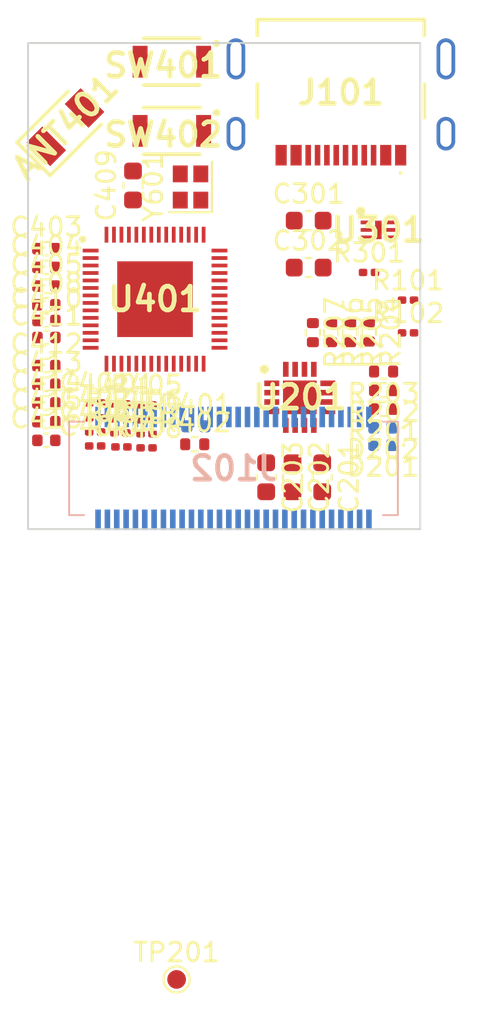
<source format=kicad_pcb>
(kicad_pcb (version 20221018) (generator pcbnew)
  (layers (0 "F.Cu" signal) (31 "B.Cu" signal) (34 "B.Paste" user) (35 "F.Paste" user) (36 "B.SilkS" user "B.Silkscreen") (37 "F.SilkS" user "F.Silkscreen") (38 "B.Mask" user) (39 "F.Mask" user) (44 "Edge.Cuts" user))
  (net 0 "")
  (net 1 "Net-(ANT401-A)")
  (net 2 "/200_1S_Charger/VBAT")
  (net 3 "GND")
  (net 4 "VBUS")
  (net 5 "/200_1S_Charger/VSYS")
  (net 6 "/300_Power/VSYS")
  (net 7 "+3V3")
  (net 8 "Net-(C401-Pad1)")
  (net 9 "Net-(U401-XTAL_N)")
  (net 10 "/400_ESP32/LNA_IN")
  (net 11 "/400_ESP32/VDD_SPI")
  (net 12 "/400_ESP32/EN")
  (net 13 "/200_1S_Charger/BQ_PGOOD")
  (net 14 "/200_1S_Charger/LED_PG")
  (net 15 "/200_1S_Charger/BQ_CHG")
  (net 16 "/200_1S_Charger/LED_CHG")
  (net 17 "/400_ESP32/LED_NET")
  (net 18 "/100_Connectors/CC1")
  (net 19 "/100_Connectors/D+")
  (net 20 "/100_Connectors/D-")
  (net 22 "/100_Connectors/CC2")
  (net 24 "/100_Connectors/VBAT")
  (net 25 "/100_Connectors/VSYS")
  (net 26 "/100_Connectors/RX0")
  (net 27 "IO0")
  (net 28 "/100_Connectors/TX0")
  (net 29 "IO1")
  (net 31 "IO2")
  (net 33 "IO3")
  (net 35 "IO4")
  (net 37 "IO5")
  (net 39 "IO6")
  (net 41 "IO7")
  (net 43 "IO8")
  (net 45 "IO9")
  (net 47 "IO10")
  (net 49 "IO11")
  (net 50 "IO34")
  (net 51 "IO12")
  (net 52 "IO35")
  (net 53 "IO13")
  (net 54 "IO36")
  (net 55 "IO14")
  (net 56 "IO37")
  (net 57 "IO15")
  (net 58 "IO38")
  (net 59 "IO16")
  (net 60 "IO39")
  (net 61 "IO17")
  (net 62 "IO40")
  (net 63 "IO18")
  (net 64 "IO41")
  (net 65 "IO21")
  (net 66 "IO42")
  (net 67 "IO33")
  (net 68 "/200_1S_Charger/SYSOFF")
  (net 69 "/200_1S_Charger/TMR")
  (net 70 "/200_1S_Charger/ISET")
  (net 71 "/200_1S_Charger/ILIM")
  (net 72 "/200_1S_Charger/BQ_CE")
  (net 73 "/300_Power/PRIM_LDO_EN")
  (net 74 "Net-(U401-XTAL_P)")
  (net 75 "/400_ESP32/IO46")
  (net 76 "/400_ESP32/IO45")
  (net 77 "/200_1S_Charger/BATTERY_TEMP")
  (net 79 "/400_ESP32/SPICS1")
  (net 80 "/400_ESP32/SPIHD")
  (net 81 "/400_ESP32/SPIWP")
  (net 82 "/400_ESP32/SPICS0")
  (net 83 "/400_ESP32/SPICLK")
  (net 84 "/400_ESP32/SPIQ")
  (net 85 "/400_ESP32/SPID")
  (footprint "Capacitor_SMD:C_0402_1005Metric" (layer "F.Cu") (at 153.98 51.25)
    (fp_text reference "C412" (at 0 -1.16) (layer "F.SilkS"))
    (fp_text value "100n")
    (fp_line (start -0.107836 -0.36) (end 0.107836 -0.36) (stroke (width 0.12)) (layer "F.SilkS"))
    (fp_line (start -0.107836 0.36) (end 0.107836 0.36) (stroke (width 0.12)) (layer "F.SilkS"))
    (pad "1" smd roundrect (at -0.48 0) (size 0.56 0.62) (layers "F.Cu" "F.Paste" "F.Mask") (net 11 "/400_ESP32/VDD_SPI"))
    (pad "2" smd roundrect (at 0.48 0) (size 0.56 0.62) (layers "F.Cu" "F.Paste" "F.Mask") (net 3 "GND"))
  )
  (footprint "Capacitor_SMD:C_0201_0603Metric" (layer "F.Cu") (at 156.6 54.05)
    (fp_text reference "C402" (at 0 -1.05) (layer "F.SilkS"))
    (fp_text value "15p")
    (pad "1" smd roundrect (at -0.32 0) (size 0.46 0.4) (layers "F.Cu" "F.Mask") (net 9 "Net-(U401-XTAL_N)"))
    (pad "2" smd roundrect (at 0.32 0) (size 0.46 0.4) (layers "F.Cu" "F.Mask") (net 3 "GND"))
  )
  (footprint "Resistor_SMD:R_0201_0603Metric" (layer "F.Cu") (at 173.345 47.75)
    (fp_text reference "R101" (at 0 -1.05) (layer "F.SilkS"))
    (fp_text value "5.1k")
    (pad "1" smd roundrect (at -0.32 0) (size 0.46 0.4) (layers "F.Cu" "F.Mask") (net 22 "/100_Connectors/CC2"))
    (pad "2" smd roundrect (at 0.32 0) (size 0.46 0.4) (layers "F.Cu" "F.Mask") (net 3 "GND"))
  )
  (footprint "Resistor_SMD:R_0201_0603Metric" (layer "F.Cu") (at 157.945 54.1)
    (fp_text reference "R401" (at 0 -1.05) (layer "F.SilkS"))
    (fp_text value "0")
    (pad "1" smd roundrect (at -0.32 0) (size 0.46 0.4) (layers "F.Cu" "F.Mask") (net 8 "Net-(C401-Pad1)"))
    (pad "2" smd roundrect (at 0.32 0) (size 0.46 0.4) (layers "F.Cu" "F.Mask") (net 74 "Net-(U401-XTAL_P)"))
  )
  (footprint "Capacitor_SMD:C_0603_1608Metric" (layer "F.Cu") (at 158.62 41.62 90)
    (fp_text reference "C409" (at 0 -1.43 90) (layer "F.SilkS"))
    (fp_text value "10u")
    (fp_line (start -0.14058 -0.51) (end 0.14058 -0.51) (stroke (width 0.12)) (layer "F.SilkS"))
    (fp_line (start -0.14058 0.51) (end 0.14058 0.51) (stroke (width 0.12)) (layer "F.SilkS"))
    (pad "1" smd roundrect (at -0.775 0 90) (size 0.9 0.95) (layers "F.Cu" "F.Paste" "F.Mask") (net 7 "+3V3"))
    (pad "2" smd roundrect (at 0.775 0 90) (size 0.9 0.95) (layers "F.Cu" "F.Paste" "F.Mask") (net 3 "GND"))
  )
  (footprint "Component_lib:QFN40P700X700X90-57N-D" (layer "F.Cu") (at 159.8 47.7)
    (fp_text reference "U401" (at 0 0) (layer "F.SilkS") (effects (font (size 1.27 1.27) (thickness 0.254))))
    (fp_text value "ESP32-S2FH4" hide)
    (fp_circle (center -3.875 -3.2) (end -3.875 -3.1) (stroke (width 0.2)) (fill none) (layer "F.SilkS"))
    (pad "1" smd rect (at -3.45 -2.6 90) (size 0.2 0.85) (layers "F.Cu" "F.Paste" "F.Mask") (net 7 "+3V3"))
    (pad "2" smd rect (at -3.45 -2.2 90) (size 0.2 0.85) (layers "F.Cu" "F.Paste" "F.Mask") (net 10 "/400_ESP32/LNA_IN"))
    (pad "3" smd rect (at -3.45 -1.8 90) (size 0.2 0.85) (layers "F.Cu" "F.Paste" "F.Mask") (net 7 "+3V3"))
    (pad "4" smd rect (at -3.45 -1.4 90) (size 0.2 0.85) (layers "F.Cu" "F.Paste" "F.Mask") (net 7 "+3V3"))
    (pad "5" smd rect (at -3.45 -1 90) (size 0.2 0.85) (layers "F.Cu" "F.Paste" "F.Mask") (net 27 "IO0"))
    (pad "6" smd rect (at -3.45 -0.6 90) (size 0.2 0.85) (layers "F.Cu" "F.Paste" "F.Mask") (net 29 "IO1"))
    (pad "7" smd rect (at -3.45 -0.2 90) (size 0.2 0.85) (layers "F.Cu" "F.Paste" "F.Mask") (net 31 "IO2"))
    (pad "8" smd rect (at -3.45 0.2 90) (size 0.2 0.85) (layers "F.Cu" "F.Paste" "F.Mask") (net 33 "IO3"))
    (pad "9" smd rect (at -3.45 0.6 90) (size 0.2 0.85) (layers "F.Cu" "F.Paste" "F.Mask") (net 35 "IO4"))
    (pad "10" smd rect (at -3.45 1 90) (size 0.2 0.85) (layers "F.Cu" "F.Paste" "F.Mask") (net 37 "IO5"))
    (pad "11" smd rect (at -3.45 1.4 90) (size 0.2 0.85) (layers "F.Cu" "F.Paste" "F.Mask") (net 39 "IO6"))
    (pad "12" smd rect (at -3.45 1.8 90) (size 0.2 0.85) (layers "F.Cu" "F.Paste" "F.Mask") (net 41 "IO7"))
    (pad "13" smd rect (at -3.45 2.2 90) (size 0.2 0.85) (layers "F.Cu" "F.Paste" "F.Mask") (net 43 "IO8"))
    (pad "14" smd rect (at -3.45 2.6 90) (size 0.2 0.85) (layers "F.Cu" "F.Paste" "F.Mask") (net 45 "IO9"))
    (pad "15" smd rect (at -2.6 3.45) (size 0.2 0.85) (layers "F.Cu" "F.Paste" "F.Mask") (net 47 "IO10"))
    (pad "16" smd rect (at -2.2 3.45) (size 0.2 0.85) (layers "F.Cu" "F.Paste" "F.Mask") (net 49 "IO11"))
    (pad "17" smd rect (at -1.8 3.45) (size 0.2 0.85) (layers "F.Cu" "F.Paste" "F.Mask") (net 51 "IO12"))
    (pad "18" smd rect (at -1.4 3.45) (size 0.2 0.85) (layers "F.Cu" "F.Paste" "F.Mask") (net 53 "IO13"))
    (pad "19" smd rect (at -1 3.45) (size 0.2 0.85) (layers "F.Cu" "F.Paste" "F.Mask") (net 55 "IO14"))
    (pad "20" smd rect (at -0.6 3.45) (size 0.2 0.85) (layers "F.Cu" "F.Paste" "F.Mask") (net 7 "+3V3"))
    (pad "21" smd rect (at -0.2 3.45) (size 0.2 0.85) (layers "F.Cu" "F.Paste" "F.Mask") (net 57 "IO15"))
    (pad "22" smd rect (at 0.2 3.45) (size 0.2 0.85) (layers "F.Cu" "F.Paste" "F.Mask") (net 59 "IO16"))
    (pad "23" smd rect (at 0.6 3.45) (size 0.2 0.85) (layers "F.Cu" "F.Paste" "F.Mask") (net 61 "IO17"))
    (pad "24" smd rect (at 1 3.45) (size 0.2 0.85) (layers "F.Cu" "F.Paste" "F.Mask") (net 63 "IO18"))
    (pad "25" smd rect (at 1.4 3.45) (size 0.2 0.85) (layers "F.Cu" "F.Paste" "F.Mask") (net 20 "/100_Connectors/D-"))
    (pad "26" smd rect (at 1.8 3.45) (size 0.2 0.85) (layers "F.Cu" "F.Paste" "F.Mask") (net 19 "/100_Connectors/D+"))
    (pad "27" smd rect (at 2.2 3.45) (size 0.2 0.85) (layers "F.Cu" "F.Paste" "F.Mask") (net 7 "+3V3"))
    (pad "28" smd rect (at 2.6 3.45) (size 0.2 0.85) (layers "F.Cu" "F.Paste" "F.Mask") (net 65 "IO21"))
    (pad "29" smd rect (at 3.45 2.6 90) (size 0.2 0.85) (layers "F.Cu" "F.Paste" "F.Mask") (net 79 "/400_ESP32/SPICS1"))
    (pad "30" smd rect (at 3.45 2.2 90) (size 0.2 0.85) (layers "F.Cu" "F.Paste" "F.Mask") (net 11 "/400_ESP32/VDD_SPI"))
    (pad "31" smd rect (at 3.45 1.8 90) (size 0.2 0.85) (layers "F.Cu" "F.Paste" "F.Mask") (net 80 "/400_ESP32/SPIHD"))
    (pad "32" smd rect (at 3.45 1.4 90) (size 0.2 0.85) (layers "F.Cu" "F.Paste" "F.Mask") (net 81 "/400_ESP32/SPIWP"))
    (pad "33" smd rect (at 3.45 1 90) (size 0.2 0.85) (layers "F.Cu" "F.Paste" "F.Mask") (net 82 "/400_ESP32/SPICS0"))
    (pad "34" smd rect (at 3.45 0.6 90) (size 0.2 0.85) (layers "F.Cu" "F.Paste" "F.Mask") (net 83 "/400_ESP32/SPICLK"))
    (pad "35" smd rect (at 3.45 0.2 90) (size 0.2 0.85) (layers "F.Cu" "F.Paste" "F.Mask") (net 84 "/400_ESP32/SPIQ"))
    (pad "36" smd rect (at 3.45 -0.2 90) (size 0.2 0.85) (layers "F.Cu" "F.Paste" "F.Mask") (net 85 "/400_ESP32/SPID"))
    (pad "37" smd rect (at 3.45 -0.6 90) (size 0.2 0.85) (layers "F.Cu" "F.Paste" "F.Mask") (net 67 "IO33"))
    (pad "38" smd rect (at 3.45 -1 90) (size 0.2 0.85) (layers "F.Cu" "F.Paste" "F.Mask") (net 50 "IO34"))
    (pad "39" smd rect (at 3.45 -1.4 90) (size 0.2 0.85) (layers "F.Cu" "F.Paste" "F.Mask") (net 52 "IO35"))
    (pad "40" smd rect (at 3.45 -1.8 90) (size 0.2 0.85) (layers "F.Cu" "F.Paste" "F.Mask") (net 54 "IO36"))
    (pad "41" smd rect (at 3.45 -2.2 90) (size 0.2 0.85) (layers "F.Cu" "F.Paste" "F.Mask") (net 56 "IO37"))
    (pad "42" smd rect (at 3.45 -2.6 90) (size 0.2 0.85) (layers "F.Cu" "F.Paste" "F.Mask") (net 58 "IO38"))
    (pad "43" smd rect (at 2.6 -3.45) (size 0.2 0.85) (layers "F.Cu" "F.Paste" "F.Mask") (net 60 "IO39"))
    (pad "44" smd rect (at 2.2 -3.45) (size 0.2 0.85) (layers "F.Cu" "F.Paste" "F.Mask") (net 62 "IO40"))
    (pad "45" smd rect (at 1.8 -3.45) (size 0.2 0.85) (layers "F.Cu" "F.Paste" "F.Mask") (net 7 "+3V3"))
    (pad "46" smd rect (at 1.4 -3.45) (size 0.2 0.85) (layers "F.Cu" "F.Paste" "F.Mask") (net 64 "IO41"))
    (pad "47" smd rect (at 1 -3.45) (size 0.2 0.85) (layers "F.Cu" "F.Paste" "F.Mask") (net 66 "IO42"))
    (pad "48" smd rect (at 0.6 -3.45) (size 0.2 0.85) (layers "F.Cu" "F.Paste" "F.Mask") (net 28 "/100_Connectors/TX0"))
    (pad "49" smd rect (at 0.2 -3.45) (size 0.2 0.85) (layers "F.Cu" "F.Paste" "F.Mask") (net 26 "/100_Connectors/RX0"))
    (pad "50" smd rect (at -0.2 -3.45) (size 0.2 0.85) (layers "F.Cu" "F.Paste" "F.Mask") (net 76 "/400_ESP32/IO45"))
    (pad "51" smd rect (at -0.6 -3.45) (size 0.2 0.85) (layers "F.Cu" "F.Paste" "F.Mask") (net 7 "+3V3"))
    (pad "52" smd rect (at -1 -3.45) (size 0.2 0.85) (layers "F.Cu" "F.Paste" "F.Mask") (net 9 "Net-(U401-XTAL_N)"))
    (pad "53" smd rect (at -1.4 -3.45) (size 0.2 0.85) (layers "F.Cu" "F.Paste" "F.Mask") (net 74 "Net-(U401-XTAL_P)"))
    (pad "54" smd rect (at -1.8 -3.45) (size 0.2 0.85) (layers "F.Cu" "F.Paste" "F.Mask") (net 7 "+3V3"))
    (pad "55" smd rect (at -2.2 -3.45) (size 0.2 0.85) (layers "F.Cu" "F.Paste" "F.Mask") (net 75 "/400_ESP32/IO46"))
    (pad "56" smd rect (at -2.6 -3.45) (size 0.2 0.85) (layers "F.Cu" "F.Paste" "F.Mask") (net 12 "/400_ESP32/EN"))
    (pad "57" smd rect (at 0 0) (size 4.05 4.05) (layers "F.Cu" "F.Paste" "F.Mask") (net 3 "GND"))
  )
  (footprint "Component_lib:LED_0402_1005Metric_DUALSIDE" (layer "F.Cu") (at 172 54.57 180)
    (fp_text reference "D202" (at 0 -1.17) (layer "F.SilkS"))
    (fp_text value "LED")
    (fp_circle (center -1.09 0) (end -1.04 0) (stroke (width 0.1)) (fill none) (layer "F.SilkS"))
    (pad "1" smd roundrect (at -0.485 0 180) (size 0.59 0.64) (layers "F.Cu" "F.Paste" "F.Mask") (net 15 "/200_1S_Charger/BQ_CHG"))
    (pad "1" smd roundrect (at -0.485 0) (size 0.59 0.64) (layers "B.Cu" "B.Paste" "B.Mask") (net 15 "/200_1S_Charger/BQ_CHG"))
    (pad "2" smd roundrect (at 0.485 0 180) (size 0.59 0.64) (layers "F.Cu" "F.Paste" "F.Mask") (net 16 "/200_1S_Charger/LED_CHG"))
    (pad "2" smd roundrect (at 0.485 0) (size 0.59 0.64) (layers "B.Cu" "B.Paste" "B.Mask") (net 16 "/200_1S_Charger/LED_CHG"))
  )
  (footprint "Capacitor_SMD:C_0402_1005Metric" (layer "F.Cu") (at 153.98 55.25)
    (fp_text reference "C416" (at 0 -1.16) (layer "F.SilkS"))
    (fp_text value "100n")
    (fp_line (start -0.107836 -0.36) (end 0.107836 -0.36) (stroke (width 0.12)) (layer "F.SilkS"))
    (fp_line (start -0.107836 0.36) (end 0.107836 0.36) (stroke (width 0.12)) (layer "F.SilkS"))
    (pad "1" smd roundrect (at -0.48 0) (size 0.56 0.62) (layers "F.Cu" "F.Paste" "F.Mask") (net 7 "+3V3"))
    (pad "2" smd roundrect (at 0.48 0) (size 0.56 0.62) (layers "F.Cu" "F.Paste" "F.Mask") (net 3 "GND"))
  )
  (footprint "Capacitor_SMD:C_0603_1608Metric" (layer "F.Cu") (at 165.75 57.225 -90)
    (fp_text reference "C203" (at 0 -1.43 90) (layer "F.SilkS"))
    (fp_text value "4u7")
    (fp_line (start -0.14058 -0.51) (end 0.14058 -0.51) (stroke (width 0.12)) (layer "F.SilkS"))
    (fp_line (start -0.14058 0.51) (end 0.14058 0.51) (stroke (width 0.12)) (layer "F.SilkS"))
    (pad "1" smd roundrect (at -0.775 0 270) (size 0.9 0.95) (layers "F.Cu" "F.Paste" "F.Mask") (net 5 "/200_1S_Charger/VSYS"))
    (pad "2" smd roundrect (at 0.775 0 270) (size 0.9 0.95) (layers "F.Cu" "F.Paste" "F.Mask") (net 3 "GND"))
  )
  (footprint "Capacitor_SMD:C_0201_0603Metric" (layer "F.Cu") (at 156.595 55.55)
    (fp_text reference "C407" (at 0 -1.05) (layer "F.SilkS"))
    (fp_text value "C")
    (pad "1" smd roundrect (at -0.32 0) (size 0.46 0.4) (layers "F.Cu" "F.Mask") (net 10 "/400_ESP32/LNA_IN"))
    (pad "2" smd roundrect (at 0.32 0) (size 0.46 0.4) (layers "F.Cu" "F.Mask") (net 3 "GND"))
  )
  (footprint "Component_lib:Crystal_SMD_2016-4Pin_2.0x1.6mm" (layer "F.Cu") (at 161.7 41.7 90)
    (fp_text reference "Y601" (at 0 -2 90) (layer "F.SilkS"))
    (fp_text value "Crystal_GND24_Small")
    (fp_line (start -1.35 -1.15) (end -1.35 1.15) (stroke (width 0.12)) (layer "F.SilkS"))
    (fp_line (start -1.35 1.15) (end 1.35 1.15) (stroke (width 0.12)) (layer "F.SilkS"))
    (pad "1" smd rect (at -0.7 0.55 90) (size 0.9 0.8) (layers "F.Cu" "F.Paste" "F.Mask") (net 8 "Net-(C401-Pad1)"))
    (pad "2" smd rect (at 0.7 0.55 90) (size 0.9 0.8) (layers "F.Cu" "F.Paste" "F.Mask") (net 3 "GND"))
    (pad "3" smd rect (at 0.7 -0.55 90) (size 0.9 0.8) (layers "F.Cu" "F.Paste" "F.Mask") (net 9 "Net-(U401-XTAL_N)"))
    (pad "4" smd rect (at -0.7 -0.55 90) (size 0.9 0.8) (layers "F.Cu" "F.Paste" "F.Mask") (net 3 "GND"))
  )
  (footprint "Capacitor_SMD:C_0201_0603Metric" (layer "F.Cu") (at 156.595 54.8)
    (fp_text reference "C406" (at 0 -1.05) (layer "F.SilkS"))
    (fp_text value "C")
    (pad "1" smd roundrect (at -0.32 0) (size 0.46 0.4) (layers "F.Cu" "F.Mask") (net 1 "Net-(ANT401-A)"))
    (pad "2" smd roundrect (at 0.32 0) (size 0.46 0.4) (layers "F.Cu" "F.Mask") (net 3 "GND"))
  )
  (footprint "Inductor_SMD:L_0201_0603Metric" (layer "F.Cu") (at 157.945 53.3)
    (fp_text reference "L401" (at 0 -1.05) (layer "F.SilkS"))
    (fp_text value "L")
    (pad "1" smd roundrect (at -0.32 0) (size 0.46 0.4) (layers "F.Cu" "F.Mask") (net 1 "Net-(ANT401-A)"))
    (pad "2" smd roundrect (at 0.32 0) (size 0.46 0.4) (layers "F.Cu" "F.Mask") (net 10 "/400_ESP32/LNA_IN"))
  )
  (footprint "Resistor_SMD:R_0402_1005Metric" (layer "F.Cu") (at 172.035 52.57 180)
    (fp_text reference "R202" (at 0 -1.17) (layer "F.SilkS"))
    (fp_text value "36k5")
    (fp_line (start -0.153641 -0.38) (end 0.153641 -0.38) (stroke (width 0.12)) (layer "F.SilkS"))
    (fp_line (start -0.153641 0.38) (end 0.153641 0.38) (stroke (width 0.12)) (layer "F.SilkS"))
    (pad "1" smd roundrect (at -0.51 0 180) (size 0.54 0.64) (layers "F.Cu" "F.Paste" "F.Mask") (net 69 "/200_1S_Charger/TMR"))
    (pad "2" smd roundrect (at 0.51 0 180) (size 0.54 0.64) (layers "F.Cu" "F.Paste" "F.Mask") (net 3 "GND"))
  )
  (footprint "Capacitor_SMD:C_0402_1005Metric" (layer "F.Cu") (at 153.98 52.25)
    (fp_text reference "C413" (at 0 -1.16) (layer "F.SilkS"))
    (fp_text value "1u")
    (fp_line (start -0.107836 -0.36) (end 0.107836 -0.36) (stroke (width 0.12)) (layer "F.SilkS"))
    (fp_line (start -0.107836 0.36) (end 0.107836 0.36) (stroke (width 0.12)) (layer "F.SilkS"))
    (pad "1" smd roundrect (at -0.48 0) (size 0.56 0.62) (layers "F.Cu" "F.Paste" "F.Mask") (net 11 "/400_ESP32/VDD_SPI"))
    (pad "2" smd roundrect (at 0.48 0) (size 0.56 0.62) (layers "F.Cu" "F.Paste" "F.Mask") (net 3 "GND"))
  )
  (footprint "Component_lib:QFN50P300X300X100-17N-D" (layer "F.Cu") (at 167.55 52.95)
    (fp_text reference "U201" (at 0 0) (layer "F.SilkS") (effects (font (size 1.27 1.27) (thickness 0.254))))
    (fp_text value "BQ24075RGTR" hide)
    (fp_circle (center -1.9 -1.5) (end -1.9 -1.375) (stroke (width 0.25)) (fill none) (layer "F.SilkS"))
    (pad "1" smd rect (at -1.5 -0.75 90) (size 0.3 0.8) (layers "F.Cu" "F.Paste" "F.Mask") (net 77 "/200_1S_Charger/BATTERY_TEMP"))
    (pad "2" smd rect (at -1.5 -0.25 90) (size 0.3 0.8) (layers "F.Cu" "F.Paste" "F.Mask") (net 2 "/200_1S_Charger/VBAT"))
    (pad "3" smd rect (at -1.5 0.25 90) (size 0.3 0.8) (layers "F.Cu" "F.Paste" "F.Mask") (net 2 "/200_1S_Charger/VBAT"))
    (pad "4" smd rect (at -1.5 0.75 90) (size 0.3 0.8) (layers "F.Cu" "F.Paste" "F.Mask") (net 72 "/200_1S_Charger/BQ_CE"))
    (pad "5" smd rect (at -0.75 1.5) (size 0.3 0.8) (layers "F.Cu" "F.Paste" "F.Mask") (net 5 "/200_1S_Charger/VSYS"))
    (pad "6" smd rect (at -0.25 1.5) (size 0.3 0.8) (layers "F.Cu" "F.Paste" "F.Mask") (net 3 "GND"))
    (pad "7" smd rect (at 0.25 1.5) (size 0.3 0.8) (layers "F.Cu" "F.Paste" "F.Mask") (net 13 "/200_1S_Charger/BQ_PGOOD"))
    (pad "8" smd rect (at 0.75 1.5) (size 0.3 0.8) (layers "F.Cu" "F.Paste" "F.Mask") (net 3 "GND"))
    (pad "9" smd rect (at 1.5 0.75 90) (size 0.3 0.8) (layers "F.Cu" "F.Paste" "F.Mask") (net 15 "/200_1S_Charger/BQ_CHG"))
    (pad "10" smd rect (at 1.5 0.25 90) (size 0.3 0.8) (layers "F.Cu" "F.Paste" "F.Mask") (net 5 "/200_1S_Charger/VSYS"))
    (pad "11" smd rect (at 1.5 -0.25 90) (size 0.3 0.8) (layers "F.Cu" "F.Paste" "F.Mask") (net 5 "/200_1S_Charger/VSYS"))
    (pad "12" smd rect (at 1.5 -0.75 90) (size 0.3 0.8) (layers "F.Cu" "F.Paste" "F.Mask") (net 71 "/200_1S_Charger/ILIM"))
    (pad "13" smd rect (at 0.75 -1.5) (size 0.3 0.8) (layers "F.Cu" "F.Paste" "F.Mask") (net 4 "VBUS"))
    (pad "14" smd rect (at 0.25 -1.5) (size 0.3 0.8) (layers "F.Cu" "F.Paste" "F.Mask") (net 69 "/200_1S_Charger/TMR"))
    (pad "15" smd rect (at -0.25 -1.5) (size 0.3 0.8) (layers "F.Cu" "F.Paste" "F.Mask") (net 68 "/200_1S_Charger/SYSOFF"))
    (pad "16" smd rect (at -0.75 -1.5) (size 0.3 0.8) (layers "F.Cu" "F.Paste" "F.Mask") (net 70 "/200_1S_Charger/ISET"))
    (pad "17" smd rect (at 0 0) (size 1.8 1.8) (layers "F.Cu" "F.Paste" "F.Mask") (net 3 "GND"))
  )
  (footprint "Capacitor_SMD:C_0402_1005Metric" (layer "F.Cu") (at 153.985 48.84)
    (fp_text reference "C410" (at 0 -1.16) (layer "F.SilkS"))
    (fp_text value "1u")
    (fp_line (start -0.107836 -0.36) (end 0.107836 -0.36) (stroke (width 0.12)) (layer "F.SilkS"))
    (fp_line (start -0.107836 0.36) (end 0.107836 0.36) (stroke (width 0.12)) (layer "F.SilkS"))
    (pad "1" smd roundrect (at -0.48 0) (size 0.56 0.62) (layers "F.Cu" "F.Paste" "F.Mask") (net 7 "+3V3"))
    (pad "2" smd roundrect (at 0.48 0) (size 0.56 0.62) (layers "F.Cu" "F.Paste" "F.Mask") (net 3 "GND"))
  )
  (footprint "Component_lib:LED_0402_1005Metric_DUALSIDE" (layer "F.Cu") (at 161.985 54.5)
    (fp_text reference "D401" (at 0 -1.17) (layer "F.SilkS"))
    (fp_text value "LED")
    (fp_circle (center -1.09 0) (end -1.04 0) (stroke (width 0.1)) (fill none) (layer "F.SilkS"))
    (pad "1" smd roundrect (at -0.485 0) (size 0.59 0.64) (layers "F.Cu" "F.Paste" "F.Mask") (net 3 "GND"))
    (pad "1" smd roundrect (at -0.485 0 180) (size 0.59 0.64) (layers "B.Cu" "B.Paste" "B.Mask") (net 3 "GND"))
    (pad "2" smd roundrect (at 0.485 0) (size 0.59 0.64) (layers "F.Cu" "F.Paste" "F.Mask") (net 17 "/400_ESP32/LED_NET"))
    (pad "2" smd roundrect (at 0.485 0 180) (size 0.59 0.64) (layers "B.Cu" "B.Paste" "B.Mask") (net 17 "/400_ESP32/LED_NET"))
  )
  (footprint "Resistor_SMD:R_0402_1005Metric" (layer "F.Cu") (at 170.25 49.49 -90)
    (fp_text reference "R205" (at 0 -1.17 90) (layer "F.SilkS"))
    (fp_text value "1k5")
    (fp_line (start -0.153641 -0.38) (end 0.153641 -0.38) (stroke (width 0.12)) (layer "F.SilkS"))
    (fp_line (start -0.153641 0.38) (end 0.153641 0.38) (stroke (width 0.12)) (layer "F.SilkS"))
    (pad "1" smd roundrect (at -0.51 0 270) (size 0.54 0.64) (layers "F.Cu" "F.Paste" "F.Mask") (net 5 "/200_1S_Charger/VSYS"))
    (pad "2" smd roundrect (at 0.51 0 270) (size 0.54 0.64) (layers "F.Cu" "F.Paste" "F.Mask") (net 14 "/200_1S_Charger/LED_PG"))
  )
  (footprint "Component_lib:LED_0402_1005Metric_DUALSIDE" (layer "F.Cu") (at 172 55.5 180)
    (fp_text reference "D201" (at 0 -1.17) (layer "F.SilkS"))
    (fp_text value "LED")
    (fp_circle (center -1.09 0) (end -1.04 0) (stroke (width 0.1)) (fill none) (layer "F.SilkS"))
    (pad "1" smd roundrect (at -0.485 0 180) (size 0.59 0.64) (layers "F.Cu" "F.Paste" "F.Mask") (net 13 "/200_1S_Charger/BQ_PGOOD"))
    (pad "1" smd roundrect (at -0.485 0) (size 0.59 0.64) (layers "B.Cu" "B.Paste" "B.Mask") (net 13 "/200_1S_Charger/BQ_PGOOD"))
    (pad "2" smd roundrect (at 0.485 0 180) (size 0.59 0.64) (layers "F.Cu" "F.Paste" "F.Mask") (net 14 "/200_1S_Charger/LED_PG"))
    (pad "2" smd roundrect (at 0.485 0) (size 0.59 0.64) (layers "B.Cu" "B.Paste" "B.Mask") (net 14 "/200_1S_Charger/LED_PG"))
  )
  (footprint "Resistor_SMD:R_0201_0603Metric" (layer "F.Cu") (at 159.345 53.35)
    (fp_text reference "R405" (at 0 -1.05) (layer "F.SilkS"))
    (fp_text value "nu")
    (pad "1" smd roundrect (at -0.32 0) (size 0.46 0.4) (layers "F.Cu" "F.Mask") (net 7 "+3V3"))
    (pad "2" smd roundrect (at 0.32 0) (size 0.46 0.4) (layers "F.Cu" "F.Mask") (net 75 "/400_ESP32/IO46"))
  )
  (footprint "Capacitor_SMD:C_0402_1005Metric" (layer "F.Cu") (at 153.98 48)
    (fp_text reference "C408" (at 0 -1.16) (layer "F.SilkS"))
    (fp_text value "100n")
    (fp_line (start -0.107836 -0.36) (end 0.107836 -0.36) (stroke (width 0.12)) (layer "F.SilkS"))
    (fp_line (start -0.107836 0.36) (end 0.107836 0.36) (stroke (width 0.12)) (layer "F.SilkS"))
    (pad "1" smd roundrect (at -0.48 0) (size 0.56 0.62) (layers "F.Cu" "F.Paste" "F.Mask") (net 7 "+3V3"))
    (pad "2" smd roundrect (at 0.48 0) (size 0.56 0.62) (layers "F.Cu" "F.Paste" "F.Mask") (net 3 "GND"))
  )
  (footprint "Resistor_SMD:R_0201_0603Metric" (layer "F.Cu") (at 159.345 54.15)
    (fp_text reference "R406" (at 0 -1.05) (layer "F.SilkS"))
    (fp_text value "nu")
    (pad "1" smd roundrect (at -0.32 0) (size 0.46 0.4) (layers "F.Cu" "F.Mask") (net 7 "+3V3"))
    (pad "2" smd roundrect (at 0.32 0) (size 0.46 0.4) (layers "F.Cu" "F.Mask") (net 76 "/400_ESP32/IO45"))
  )
  (footprint "Capacitor_SMD:C_0201_0603Metric" (layer "F.Cu") (at 156.595 53.25)
    (fp_text reference "C401" (at 0 -1.05) (layer "F.SilkS"))
    (fp_text value "15p")
    (pad "1" smd roundrect (at -0.32 0) (size 0.46 0.4) (layers "F.Cu" "F.Mask") (net 8 "Net-(C401-Pad1)"))
    (pad "2" smd roundrect (at 0.32 0) (size 0.46 0.4) (layers "F.Cu" "F.Mask") (net 3 "GND"))
  )
  (footprint "Capacitor_SMD:C_0402_1005Metric" (layer "F.Cu") (at 153.98 54.25)
    (fp_text reference "C415" (at 0 -1.16) (layer "F.SilkS"))
    (fp_text value "100n")
    (fp_line (start -0.107836 -0.36) (end 0.107836 -0.36) (stroke (width 0.12)) (layer "F.SilkS"))
    (fp_line (start -0.107836 0.36) (end 0.107836 0.36) (stroke (width 0.12)) (layer "F.SilkS"))
    (pad "1" smd roundrect (at -0.48 0) (size 0.56 0.62) (layers "F.Cu" "F.Paste" "F.Mask") (net 7 "+3V3"))
    (pad "2" smd roundrect (at 0.48 0) (size 0.56 0.62) (layers "F.Cu" "F.Paste" "F.Mask") (net 3 "GND"))
  )
  (footprint "Resistor_SMD:R_0201_0603Metric" (layer "F.Cu") (at 173.345 49.5)
    (fp_text reference "R102" (at 0 -1.05) (layer "F.SilkS"))
    (fp_text value "5.1k")
    (pad "1" smd roundrect (at -0.32 0) (size 0.46 0.4) (layers "F.Cu" "F.Mask") (net 18 "/100_Connectors/CC1"))
    (pad "2" smd roundrect (at 0.32 0) (size 0.46 0.4) (layers "F.Cu" "F.Mask") (net 3 "GND"))
  )
  (footprint "Capacitor_SMD:C_0603_1608Metric" (layer "F.Cu") (at 168.025 43.5)
    (fp_text reference "C301" (at 0 -1.43) (layer "F.SilkS"))
    (fp_text value "2u2")
    (fp_line (start -0.14058 -0.51) (end 0.14058 -0.51) (stroke (width 0.12)) (layer "F.SilkS"))
    (fp_line (start -0.14058 0.51) (end 0.14058 0.51) (stroke (width 0.12)) (layer "F.SilkS"))
    (pad "1" smd roundrect (at -0.775 0) (size 0.9 0.95) (layers "F.Cu" "F.Paste" "F.Mask") (net 6 "/300_Power/VSYS"))
    (pad "2" smd roundrect (at 0.775 0) (size 0.9 0.95) (layers "F.Cu" "F.Paste" "F.Mask") (net 3 "GND"))
  )
  (footprint "Resistor_SMD:R_0201_0603Metric" (layer "F.Cu") (at 171.255 46.27)
    (fp_text reference "R301" (at 0 -1.05) (layer "F.SilkS"))
    (fp_text value "0k")
    (pad "1" smd roundrect (at -0.32 0) (size 0.46 0.4) (layers "F.Cu" "F.Mask") (net 6 "/300_Power/VSYS"))
    (pad "2" smd roundrect (at 0.32 0) (size 0.46 0.4) (layers "F.Cu" "F.Mask") (net 73 "/300_Power/PRIM_LDO_EN"))
  )
  (footprint "Capacitor_SMD:C_0603_1608Metric" (layer "F.Cu") (at 168.025 46.01)
    (fp_text reference "C302" (at 0 -1.43) (layer "F.SilkS"))
    (fp_text value "2u2")
    (fp_line (start -0.14058 -0.51) (end 0.14058 -0.51) (stroke (width 0.12)) (layer "F.SilkS"))
    (fp_line (start -0.14058 0.51) (end 0.14058 0.51) (stroke (width 0.12)) (layer "F.SilkS"))
    (pad "1" smd roundrect (at -0.775 0) (size 0.9 0.95) (layers "F.Cu" "F.Paste" "F.Mask") (net 7 "+3V3"))
    (pad "2" smd roundrect (at 0.775 0) (size 0.9 0.95) (layers "F.Cu" "F.Paste" "F.Mask") (net 3 "GND"))
  )
  (footprint "Resistor_SMD:R_0402_1005Metric" (layer "F.Cu") (at 169.23 49.49 -90)
    (fp_text reference "R206" (at 0 -1.17 90) (layer "F.SilkS"))
    (fp_text value "1k5")
    (fp_line (start -0.153641 -0.38) (end 0.153641 -0.38) (stroke (width 0.12)) (layer "F.SilkS"))
    (fp_line (start -0.153641 0.38) (end 0.153641 0.38) (stroke (width 0.12)) (layer "F.SilkS"))
    (pad "1" smd roundrect (at -0.51 0 270) (size 0.54 0.64) (layers "F.Cu" "F.Paste" "F.Mask") (net 5 "/200_1S_Charger/VSYS"))
    (pad "2" smd roundrect (at 0.51 0 270) (size 0.54 0.64) (layers "F.Cu" "F.Paste" "F.Mask") (net 16 "/200_1S_Charger/LED_CHG"))
  )
  (footprint "Capacitor_SMD:C_0603_1608Metric" (layer "F.Cu") (at 168.75 57.224999 -90)
    (fp_text reference "C201" (at 0 -1.43 90) (layer "F.SilkS"))
    (fp_text value "4u7")
    (fp_line (start -0.14058 -0.51) (end 0.14058 -0.51) (stroke (width 0.12)) (layer "F.SilkS"))
    (fp_line (start -0.14058 0.51) (end 0.14058 0.51) (stroke (width 0.12)) (layer "F.SilkS"))
    (pad "1" smd roundrect (at -0.775 0 270) (size 0.9 0.95) (layers "F.Cu" "F.Paste" "F.Mask") (net 2 "/200_1S_Charger/VBAT"))
    (pad "2" smd roundrect (at 0.775 0 270) (size 0.9 0.95) (layers "F.Cu" "F.Paste" "F.Mask") (net 3 "GND"))
  )
  (footprint "Capacitor_SMD:C_0402_1005Metric" (layer "F.Cu") (at 153.98 46)
    (fp_text reference "C404" (at 0 -1.16) (layer "F.SilkS"))
    (fp_text value "100n")
    (fp_line (start -0.107836 -0.36) (end 0.107836 -0.36) (stroke (width 0.12)) (layer "F.SilkS"))
    (fp_line (start -0.107836 0.36) (end 0.107836 0.36) (stroke (width 0.12)) (layer "F.SilkS"))
    (pad "1" smd roundrect (at -0.48 0) (size 0.56 0.62) (layers "F.Cu" "F.Paste" "F.Mask") (net 7 "+3V3"))
    (pad "2" smd roundrect (at 0.48 0) (size 0.56 0.62) (layers "F.Cu" "F.Paste" "F.Mask") (net 3 "GND"))
  )
  (footprint "Resistor_SMD:R_0201_0603Metric" (layer "F.Cu") (at 158 55.6)
    (fp_text reference "R404" (at 0 -1.05) (layer "F.SilkS"))
    (fp_text value "10k")
    (pad "1" smd roundrect (at -0.32 0) (size 0.46 0.4) (layers "F.Cu" "F.Mask") (net 7 "+3V3"))
    (pad "2" smd roundrect (at 0.32 0) (size 0.46 0.4) (layers "F.Cu" "F.Mask") (net 63 "IO18"))
  )
  (footprint "Capacitor_SMD:C_0603_1608Metric" (layer "F.Cu") (at 167.16 57.224999 -90)
    (fp_text reference "C202" (at 0 -1.43 90) (layer "F.SilkS"))
    (fp_text value "1u")
    (fp_line (start -0.14058 -0.51) (end 0.14058 -0.51) (stroke (width 0.12)) (layer "F.SilkS"))
    (fp_line (start -0.14058 0.51) (end 0.14058 0.51) (stroke (width 0.12)) (layer "F.SilkS"))
    (pad "1" smd roundrect (at -0.775 0 270) (size 0.9 0.95) (layers "F.Cu" "F.Paste" "F.Mask") (net 4 "VBUS"))
    (pad "2" smd roundrect (at 0.775 0 270) (size 0.9 0.95) (layers "F.Cu" "F.Paste" "F.Mask") (net 3 "GND"))
  )
  (footprint "Resistor_SMD:R_0402_1005Metric" (layer "F.Cu") (at 168.25 49.490001 -90)
    (fp_text reference "R207" (at 0 -1.17 90) (layer "F.SilkS"))
    (fp_text value "100k")
    (fp_line (start -0.153641 -0.38) (end 0.153641 -0.38) (stroke (width 0.12)) (layer "F.SilkS"))
    (fp_line (start -0.153641 0.38) (end 0.153641 0.38) (stroke (width 0.12)) (layer "F.SilkS"))
    (pad "1" smd roundrect (at -0.51 0 270) (size 0.54 0.64) (layers "F.Cu" "F.Paste" "F.Mask") (net 72 "/200_1S_Charger/BQ_CE"))
    (pad "2" smd roundrect (at 0.51 0 270) (size 0.54 0.64) (layers "F.Cu" "F.Paste" "F.Mask") (net 3 "GND"))
  )
  (footprint "Component_lib:SON40P120X120X60-7N-D" (layer "F.Cu") (at 171.755 43.995)
    (fp_text reference "U301" (at 0 0) (layer "F.SilkS") (effects (font (size 1.27 1.27) (thickness 0.254))))
    (fp_text value "MIC5528-3.3YMT-T5" hide)
    (fp_circle (center -0.95 -1) (end -0.95 -0.875) (stroke (width 0.25)) (fill none) (layer "F.SilkS"))
    (pad "1" smd rect (at -0.65 -0.4 90) (size 0.2 0.6) (layers "F.Cu" "F.Paste" "F.Mask") (net 7 "+3V3"))
    (pad "2" smd rect (at -0.65 0 90) (size 0.2 0.6) (layers "F.Cu" "F.Paste" "F.Mask") (net 7 "+3V3"))
    (pad "3" smd rect (at -0.65 0.4 90) (size 0.2 0.6) (layers "F.Cu" "F.Paste" "F.Mask") (net 3 "GND"))
    (pad "4" smd rect (at 0.65 0.4 90) (size 0.2 0.6) (layers "F.Cu" "F.Paste" "F.Mask") (net 73 "/300_Power/PRIM_LDO_EN"))
    (pad "5" smd rect (at 0.65 0 90) (size 0.2 0.6) (layers "F.Cu" "F.Paste" "F.Mask"))
    (pad "6" smd rect (at 0.65 -0.4 90) (size 0.2 0.6) (layers "F.Cu" "F.Paste" "F.Mask") (net 6 "/300_Power/VSYS"))
    (pad "7" smd rect (at 0 0) (size 0.35 0.99) (layers "F.Cu" "F.Paste" "F.Mask") (net 3 "GND"))
  )
  (footprint "Component_lib:B3U-1000P" (layer "F.Cu") (at 160.7 38.7)
    (fp_text reference "SW402" (at -0.461 0.206) (layer "F.SilkS") (effects (font (size 1.27 1.27) (thickness 0.254))))
    (fp_text value "SW_Push" hide)
    (fp_line (start -1.5 -1.25) (end 1.5 -1.25) (stroke (width 0.2)) (layer "F.SilkS"))
    (fp_line (start -1.5 1.25) (end 1.5 1.25) (stroke (width 0.2)) (layer "F.SilkS"))
    (fp_circle (center 2.395 -0.971) (end 2.395 -0.871) (stroke (width 0.2)) (fill none) (layer "F.SilkS"))
    (pad "1" smd rect (at 1.7 0) (size 0.8 1.7) (layers "F.Cu" "F.Paste" "F.Mask") (net 27 "IO0"))
    (pad "2" smd rect (at -1.7 0) (size 0.8 1.7) (layers "F.Cu" "F.Paste" "F.Mask") (net 3 "GND"))
  )
  (footprint "Component_lib:USB4510031A" (layer "F.Cu") (at 169.75 36 180)
    (fp_text reference "J101" (at 0 -0.65) (layer "F.SilkS") (effects (font (size 1.27 1.27) (thickness 0.254))))
    (fp_text value "USB4510-03-1-A" hide)
    (fp_line (start -4.47 -2) (end -4.47 -0.2) (stroke (width 0.2)) (layer "F.SilkS"))
    (fp_line (start -4.47 3.25) (end -4.47 2.4) (stroke (width 0.2)) (layer "F.SilkS"))
    (fp_line (start -3.2 -5) (end -3.2 -5) (stroke (width 0.1)) (layer "F.SilkS"))
    (fp_line (start -3.2 -4.9) (end -3.2 -4.9) (stroke (width 0.1)) (layer "F.SilkS"))
    (fp_line (start 4.47 -2) (end 4.47 -0.2) (stroke (width 0.2)) (layer "F.SilkS"))
    (fp_line (start 4.47 2.4) (end 4.47 3.25) (stroke (width 0.2)) (layer "F.SilkS"))
    (fp_line (start 4.47 3.25) (end -4.47 3.25) (stroke (width 0.2)) (layer "F.SilkS"))
    (fp_arc (start -3.2 -5) (mid -3.15 -4.95) (end -3.2 -4.9) (stroke (width 0.1)) (layer "F.SilkS"))
    (fp_arc (start -3.2 -4.9) (mid -3.25 -4.95) (end -3.2 -5) (stroke (width 0.1)) (layer "F.SilkS"))
    (pad "A1" smd rect (at -3.2 -4 180) (size 0.6 1.1) (layers "F.Cu" "F.Paste" "F.Mask") (net 3 "GND"))
    (pad "A4" smd rect (at -2.4 -4 180) (size 0.6 1.1) (layers "F.Cu" "F.Paste" "F.Mask") (net 4 "VBUS"))
    (pad "A5" smd rect (at -1.25 -4 180) (size 0.3 1.1) (layers "F.Cu" "F.Paste" "F.Mask") (net 18 "/100_Connectors/CC1"))
    (pad "A6" smd rect (at -0.25 -4 180) (size 0.3 1.1) (layers "F.Cu" "F.Paste" "F.Mask") (net 19 "/100_Connectors/D+"))
    (pad "A7" smd rect (at 0.25 -4 180) (size 0.3 1.1) (layers "F.Cu" "F.Paste" "F.Mask") (net 20 "/100_Connectors/D-"))
    (pad "A8" smd rect (at 1.25 -4 180) (size 0.3 1.1) (layers "F.Cu" "F.Paste" "F.Mask"))
    (pad "A9" smd rect (at 2.4 -4 180) (size 0.6 1.1) (layers "F.Cu" "F.Paste" "F.Mask") (net 4 "VBUS"))
    (pad "A12" smd rect (at 3.2 -4 180) (size 0.6 1.1) (layers "F.Cu" "F.Paste" "F.Mask") (net 3 "GND"))
    (pad "B5" smd rect (at 1.75 -4 180) (size 0.3 1.1) (layers "F.Cu" "F.Paste" "F.Mask") (net 22 "/100_Connectors/CC2"))
    (pad "B6" smd rect (at 0.75 -4 180) (size 0.3 1.1) (layers "F.Cu" "F.Paste" "F.Mask") (net 19 "/100_Connectors/D+"))
    (pad "B7" smd rect (at -0.75 -4 180) (size 0.3 1.1) (layers "F.Cu" "F.Paste" "F.Mask") (net 20 "/100_Connectors/D-"))
    (pad "B8" smd rect (at -1.75 -4 180) (size 0.3 1.1) (layers "F.Cu" "F.Paste" "F.Mask"))
    (pad "MH1" thru_hole oval (at -5.62 -2.85 180) (size 1 1.8) (drill oval 0.6 1.4) (layers "*.Cu" "*.Mask") (net 3 "GND"))
    (pad "MH2" thru_hole oval (at -5.62 1.15 180) (size 1 2.2) (drill oval 0.6 1.8) (layers "*.Cu" "*.Mask") (net 3 "GND"))
    (pad "MH3" thru_hole oval (at 5.62 1.15 180) (size 1 2.2) (drill oval 0.6 1.8) (layers "*.Cu" "*.Mask") (net 3 "GND"))
    (pad "MH4" thru_hole oval (at 5.62 -2.85 180) (size 1 1.8) (drill oval 0.6 1.4) (layers "*.Cu" "*.Mask") (net 3 "GND"))
  )
  (footprint "TestPoint:TestPoint_Pad_D1.0mm" (layer "F.Cu") (at 160.955 84.08)
    (fp_text reference "TP201" (at 0 -1.448) (layer "F.SilkS"))
    (fp_text value "TestPoint")
    (fp_circle (center 0 0) (end 0 0.7) (stroke (width 0.12)) (fill none) (layer "F.SilkS"))
    (pad "1" smd circle (at 0 0) (size 1 1) (layers "F.Cu" "F.Mask") (net 77 "/200_1S_Charger/BATTERY_TEMP"))
  )
  (footprint "Resistor_SMD:R_0402_1005Metric" (layer "F.Cu") (at 172.035 51.57 180)
    (fp_text reference "R203" (at 0 -1.17) (layer "F.SilkS"))
    (fp_text value "590")
    (fp_line (start -0.153641 -0.38) (end 0.153641 -0.38) (stroke (width 0.12)) (layer "F.SilkS"))
    (fp_line (start -0.153641 0.38) (end 0.153641 0.38) (stroke (width 0.12)) (layer "F.SilkS"))
    (pad "1" smd roundrect (at -0.51 0 180) (size 0.54 0.64) (layers "F.Cu" "F.Paste" "F.Mask") (net 70 "/200_1S_Charger/ISET"))
    (pad "2" smd roundrect (at 0.51 0 180) (size 0.54 0.64) (layers "F.Cu" "F.Paste" "F.Mask") (net 3 "GND"))
  )
  (footprint "Capacitor_SMD:C_0402_1005Metric" (layer "F.Cu") (at 153.985 47)
    (fp_text reference "C405" (at 0 -1.16) (layer "F.SilkS"))
    (fp_text value "100n")
    (fp_line (start -0.107836 -0.36) (end 0.107836 -0.36) (stroke (width 0.12)) (layer "F.SilkS"))
    (fp_line (start -0.107836 0.36) (end 0.107836 0.36) (stroke (width 0.12)) (layer "F.SilkS"))
    (pad "1" smd roundrect (at -0.48 0) (size 0.56 0.62) (layers "F.Cu" "F.Paste" "F.Mask") (net 7 "+3V3"))
    (pad "2" smd roundrect (at 0.48 0) (size 0.56 0.62) (layers "F.Cu" "F.Paste" "F.Mask") (net 3 "GND"))
  )
  (footprint "Capacitor_SMD:C_0402_1005Metric" (layer "F.Cu") (at 153.985 49.75)
    (fp_text reference "C411" (at 0 -1.16) (layer "F.SilkS"))
    (fp_text value "100n")
    (fp_line (start -0.107836 -0.36) (end 0.107836 -0.36) (stroke (width 0.12)) (layer "F.SilkS"))
    (fp_line (start -0.107836 0.36) (end 0.107836 0.36) (stroke (width 0.12)) (layer "F.SilkS"))
    (pad "1" smd roundrect (at -0.48 0) (size 0.56 0.62) (layers "F.Cu" "F.Paste" "F.Mask") (net 7 "+3V3"))
    (pad "2" smd roundrect (at 0.48 0) (size 0.56 0.62) (layers "F.Cu" "F.Paste" "F.Mask") (net 3 "GND"))
  )
  (footprint "Resistor_SMD:R_0402_1005Metric" (layer "F.Cu") (at 172.035 53.57 180)
    (fp_text reference "R201" (at 0 -1.17) (layer "F.SilkS"))
    (fp_text value "0")
    (fp_line (start -0.153641 -0.38) (end 0.153641 -0.38) (stroke (width 0.12)) (layer "F.SilkS"))
    (fp_line (start -0.153641 0.38) (end 0.153641 0.38) (stroke (width 0.12)) (layer "F.SilkS"))
    (pad "1" smd roundrect (at -0.51 0 180) (size 0.54 0.64) (layers "F.Cu" "F.Paste" "F.Mask") (net 68 "/200_1S_Charger/SYSOFF"))
    (pad "2" smd roundrect (at 0.51 0 180) (size 0.54 0.64) (layers "F.Cu" "F.Paste" "F.Mask") (net 3 "GND"))
  )
  (footprint "Component_lib:ANTC3216X140N" (layer "F.Cu") (at 155 38.5 45)
    (fp_text reference "ANT401" (at 0 0 45) (layer "F.SilkS") (effects (font (size 1.27 1.27) (thickness 0.254))))
    (fp_text value "2450AT18A100E" hide)
    (fp_line (start -2.4 -1.25) (end -2.4 1.25) (stroke (width 0.2)) (layer "F.SilkS"))
    (fp_line (start -2.4 1.25) (end 1.45 1.25) (stroke (width 0.2)) (layer "F.SilkS"))
    (fp_line (start 1.45 -1.25) (end -2.4 -1.25) (stroke (width 0.2)) (layer "F.SilkS"))
    (pad "1" smd rect (at -1.45 0 45) (size 1.2 1.8) (layers "F.Cu" "F.Paste" "F.Mask") (net 1 "Net-(ANT401-A)"))
    (pad "2" smd rect (at 1.45 0 45) (size 1.2 1.8) (layers "F.Cu" "F.Paste" "F.Mask"))
  )
  (footprint "Component_lib:B3U-1000P" (layer "F.Cu") (at 160.7 35)
    (fp_text reference "SW401" (at -0.461 0.206) (layer "F.SilkS") (effects (font (size 1.27 1.27) (thickness 0.254))))
    (fp_text value "SW_Push" hide)
    (fp_line (start -1.5 -1.25) (end 1.5 -1.25) (stroke (width 0.2)) (layer "F.SilkS"))
    (fp_line (start -1.5 1.25) (end 1.5 1.25) (stroke (width 0.2)) (layer "F.SilkS"))
    (fp_circle (center 2.395 -0.971) (end 2.395 -0.871) (stroke (width 0.2)) (fill none) (layer "F.SilkS"))
    (pad "1" smd rect (at 1.7 0) (size 0.8 1.7) (layers "F.Cu" "F.Paste" "F.Mask") (net 12 "/400_ESP32/EN"))
    (pad "2" smd rect (at -1.7 0) (size 0.8 1.7) (layers "F.Cu" "F.Paste" "F.Mask") (net 3 "GND"))
  )
  (footprint "Resistor_SMD:R_0201_0603Metric" (layer "F.Cu") (at 157.945 54.85)
    (fp_text reference "R403" (at 0 -1.05) (layer "F.SilkS"))
    (fp_text value "10k")
    (pad "1" smd roundrect (at -0.32 0) (size 0.46 0.4) (layers "F.Cu" "F.Mask") (net 7 "+3V3"))
    (pad "2" smd roundrect (at 0.32 0) (size 0.46 0.4) (layers "F.Cu" "F.Mask") (net 12 "/400_ESP32/EN"))
  )
  (footprint "Resistor_SMD:R_0201_0603Metric" (layer "F.Cu") (at 159.345 55.65)
    (fp_text reference "R408" (at 0 -1.05) (layer "F.SilkS"))
    (fp_text value "nu")
    (pad "1" smd roundrect (at -0.32 0) (size 0.46 0.4) (layers "F.Cu" "F.Mask") (net 76 "/400_ESP32/IO45"))
    (pad "2" smd roundrect (at 0.32 0) (size 0.46 0.4) (layers "F.Cu" "F.Mask") (net 3 "GND"))
  )
  (footprint "Capacitor_SMD:C_0402_1005Metric" (layer "F.Cu") (at 153.98 45)
    (fp_text reference "C403" (at 0 -1.16) (layer "F.SilkS"))
    (fp_text value "100n")
    (fp_line (start -0.107836 -0.36) (end 0.107836 -0.36) (stroke (width 0.12)) (layer "F.SilkS"))
    (fp_line (start -0.107836 0.36) (end 0.107836 0.36) (stroke (width 0.12)) (layer "F.SilkS"))
    (pad "1" smd roundrect (at -0.48 0) (size 0.56 0.62) (layers "F.Cu" "F.Paste" "F.Mask") (net 7 "+3V3"))
    (pad "2" smd roundrect (at 0.48 0) (size 0.56 0.62) (layers "F.Cu" "F.Paste" "F.Mask") (net 3 "GND"))
  )
  (footprint "Resistor_SMD:R_0201_0603Metric" (layer "F.Cu") (at 159.345 54.9)
    (fp_text reference "R407" (at 0 -1.05) (layer "F.SilkS"))
    (fp_text value "nu")
    (pad "1" smd roundrect (at -0.32 0) (size 0.46 0.4) (layers "F.Cu" "F.Mask") (net 75 "/400_ESP32/IO46"))
    (pad "2" smd roundrect (at 0.32 0) (size 0.46 0.4) (layers "F.Cu" "F.Mask") (net 3 "GND"))
  )
  (footprint "Resistor_SMD:R_0402_1005Metric" (layer "F.Cu") (at 161.925 55.46)
    (fp_text reference "R402" (at 0 -1.17) (layer "F.SilkS"))
    (fp_text value "2k")
    (fp_line (start -0.153641 -0.38) (end 0.153641 -0.38) (stroke (width 0.12)) (layer "F.SilkS"))
    (fp_line (start -0.153641 0.38) (end 0.153641 0.38) (stroke (width 0.12)) (layer "F.SilkS"))
    (pad "1" smd roundrect (at -0.51 0) (size 0.54 0.64) (layers "F.Cu" "F.Paste" "F.Mask") (net 57 "IO15"))
    (pad "2" smd roundrect (at 0.51 0) (size 0.54 0.64) (layers "F.Cu" "F.Paste" "F.Mask") (net 17 "/400_ESP32/LED_NET"))
  )
  (footprint "Capacitor_SMD:C_0402_1005Metric" (layer "F.Cu") (at 153.98 53.25)
    (fp_text reference "C414" (at 0 -1.16) (layer "F.SilkS"))
    (fp_text value "100n")
    (fp_line (start -0.107836 -0.36) (end 0.107836 -0.36) (stroke (width 0.12)) (layer "F.SilkS"))
    (fp_line (start -0.107836 0.36) (end 0.107836 0.36) (stroke (width 0.12)) (layer "F.SilkS"))
    (pad "1" smd roundrect (at -0.48 0) (size 0.56 0.62) (layers "F.Cu" "F.Paste" "F.Mask") (net 12 "/400_ESP32/EN"))
    (pad "2" smd roundrect (at 0.48 0) (size 0.56 0.62) (layers "F.Cu" "F.Paste" "F.Mask") (net 3 "GND"))
  )
  (footprint "Resistor_SMD:R_0402_1005Metric" (layer "F.Cu") (at 171.250001 49.455 -90)
    (fp_text reference "R204" (at 0 -1.17 90) (layer "F.SilkS"))
    (fp_text value "1k1")
    (fp_line (start -0.153641 -0.38) (end 0.153641 -0.38) (stroke (width 0.12)) (layer "F.SilkS"))
    (fp_line (start -0.153641 0.38) (end 0.153641 0.38) (stroke (width 0.12)) (layer "F.SilkS"))
    (pad "1" smd roundrect (at -0.51 0 270) (size 0.54 0.64) (layers "F.Cu" "F.Paste" "F.Mask") (net 3 "GND"))
    (pad "2" smd roundrect (at 0.51 0 270) (size 0.54 0.64) (layers "F.Cu" "F.Paste" "F.Mask") (net 71 "/200_1S_Charger/ILIM"))
  )
  (footprint "Component_lib:547220604" (layer "B.Cu") (at 164 56.75 180)
    (fp_text reference "J102" (at 0 0) (layer "B.SilkS") (effects (font (size 1.27 1.27) (thickness 0.254)) (justify mirror)))
    (fp_text value "54722-0604" hide)
    (fp_line (start -8.8 -2.5) (end -8.8 2.5) (stroke (width 0.1)) (layer "B.SilkS"))
    (fp_line (start -8.8 2.5) (end -8 2.5) (stroke (width 0.1)) (layer "B.SilkS"))
    (fp_line (start -8 -2.5) (end -8.8 -2.5) (stroke (width 0.1)) (layer "B.SilkS"))
    (fp_line (start 8 -2.5) (end 8.8 -2.5) (stroke (width 0.1)) (layer "B.SilkS"))
    (fp_line (start 8.8 -2.5) (end 8.8 2.5) (stroke (width 0.1)) (layer "B.SilkS"))
    (fp_line (start 8.8 2.5) (end 8 2.5) (stroke (width 0.1)) (layer "B.SilkS"))
    (pad "1" smd rect (at -7.25 -2.75 180) (size 0.3 1.1) (layers "B.Cu" "B.Paste" "B.Mask") (net 3 "GND"))
    (pad "2" smd rect (at -7.25 2.75 180) (size 0.3 1.1) (layers "B.Cu" "B.Paste" "B.Mask") (net 3 "GND"))
    (pad "3" smd rect (at -6.75 -2.75 180) (size 0.3 1.1) (layers "B.Cu" "B.Paste" "B.Mask") (net 4 "VBUS"))
    (pad "4" smd rect (at -6.75 2.75 180) (size 0.3 1.1) (layers "B.Cu" "B.Paste" "B.Mask") (net 7 "+3V3"))
    (pad "5" smd rect (at -6.25 -2.75 180) (size 0.3 1.1) (layers "B.Cu" "B.Paste" "B.Mask") (net 4 "VBUS"))
    (pad "6" smd rect (at -6.25 2.75 180) (size 0.3 1.1) (layers "B.Cu" "B.Paste" "B.Mask") (net 7 "+3V3"))
    (pad "7" smd rect (at -5.75 -2.75 180) (size 0.3 1.1) (layers "B.Cu" "B.Paste" "B.Mask") (net 24 "/100_Connectors/VBAT"))
    (pad "8" smd rect (at -5.75 2.75 180) (size 0.3 1.1) (layers "B.Cu" "B.Paste" "B.Mask") (net 25 "/100_Connectors/VSYS"))
    (pad "9" smd rect (at -5.25 -2.75 180) (size 0.3 1.1) (layers "B.Cu" "B.Paste" "B.Mask") (net 24 "/100_Connectors/VBAT"))
    (pad "10" smd rect (at -5.25 2.75 180) (size 0.3 1.1) (layers "B.Cu" "B.Paste" "B.Mask") (net 25 "/100_Connectors/VSYS"))
    (pad "11" smd rect (at -4.75 -2.75 180) (size 0.3 1.1) (layers "B.Cu" "B.Paste" "B.Mask") (net 3 "GND"))
    (pad "12" smd rect (at -4.75 2.75 180) (size 0.3 1.1) (layers "B.Cu" "B.Paste" "B.Mask") (net 3 "GND"))
    (pad "13" smd rect (at -4.25 -2.75 180) (size 0.3 1.1) (layers "B.Cu" "B.Paste" "B.Mask") (net 26 "/100_Connectors/RX0"))
    (pad "14" smd rect (at -4.25 2.75 180) (size 0.3 1.1) (layers "B.Cu" "B.Paste" "B.Mask") (net 27 "IO0"))
    (pad "15" smd rect (at -3.75 -2.75 180) (size 0.3 1.1) (layers "B.Cu" "B.Paste" "B.Mask") (net 28 "/100_Connectors/TX0"))
    (pad "16" smd rect (at -3.75 2.75 180) (size 0.3 1.1) (layers "B.Cu" "B.Paste" "B.Mask") (net 29 "IO1"))
    (pad "17" smd rect (at -3.25 -2.75 180) (size 0.3 1.1) (layers "B.Cu" "B.Paste" "B.Mask"))
    (pad "18" smd rect (at -3.25 2.75 180) (size 0.3 1.1) (layers "B.Cu" "B.Paste" "B.Mask") (net 31 "IO2"))
    (pad "19" smd rect (at -2.75 -2.75 180) (size 0.3 1.1) (layers "B.Cu" "B.Paste" "B.Mask"))
    (pad "20" smd rect (at -2.75 2.75 180) (size 0.3 1.1) (layers "B.Cu" "B.Paste" "B.Mask") (net 33 "IO3"))
    (pad "21" smd rect (at -2.25 -2.75 180) (size 0.3 1.1) (layers "B.Cu" "B.Paste" "B.Mask"))
    (pad "22" smd rect (at -2.25 2.75 180) (size 0.3 1.1) (layers "B.Cu" "B.Paste" "B.Mask") (net 35 "IO4"))
    (pad "23" smd rect (at -1.75 -2.75 180) (size 0.3 1.1) (layers "B.Cu" "B.Paste" "B.Mask"))
    (pad "24" smd rect (at -1.75 2.75 180) (size 0.3 1.1) (layers "B.Cu" "B.Paste" "B.Mask") (net 37 "IO5"))
    (pad "25" smd rect (at -1.25 -2.75 180) (size 0.3 1.1) (layers "B.Cu" "B.Paste" "B.Mask"))
    (pad "26" smd rect (at -1.25 2.75 180) (size 0.3 1.1) (layers "B.Cu" "B.Paste" "B.Mask") (net 39 "IO6"))
    (pad "27" smd rect (at -0.75 -2.75 180) (size 0.3 1.1) (layers "B.Cu" "B.Paste" "B.Mask"))
    (pad "28" smd rect (at -0.75 2.75 180) (size 0.3 1.1) (layers "B.Cu" "B.Paste" "B.Mask") (net 41 "IO7"))
    (pad "29" smd rect (at -0.25 -2.75 180) (size 0.3 1.1) (layers "B.Cu" "B.Paste" "B.Mask"))
    (pad "30" smd rect (at -0.25 2.75 180) (size 0.3 1.1) (layers "B.Cu" "B.Paste" "B.Mask") (net 43 "IO8"))
    (pad "31" smd rect (at 0.25 -2.75 180) (size 0.3 1.1) (layers "B.Cu" "B.Paste" "B.Mask"))
    (pad "32" smd rect (at 0.25 2.75 180) (size 0.3 1.1) (layers "B.Cu" "B.Paste" "B.Mask") (net 45 "IO9"))
    (pad "33" smd rect (at 0.75 -2.75 180) (size 0.3 1.1) (layers "B.Cu" "B.Paste" "B.Mask"))
    (pad "34" smd rect (at 0.75 2.75 180) (size 0.3 1.1) (layers "B.Cu" "B.Paste" "B.Mask") (net 47 "IO10"))
    (pad "35" smd rect (at 1.25 -2.75 180) (size 0.3 1.1) (layers "B.Cu" "B.Paste" "B.Mask"))
    (pad "36" smd rect (at 1.25 2.75 180) (size 0.3 1.1) (layers "B.Cu" "B.Paste" "B.Mask") (net 49 "IO11"))
    (pad "37" smd rect (at 1.75 -2.75 180) (size 0.3 1.1) (layers "B.Cu" "B.Paste" "B.Mask") (net 50 "IO34"))
    (pad "38" smd rect (at 1.75 2.75 180) (size 0.3 1.1) (layers "B.Cu" "B.Paste" "B.Mask") (net 51 "IO12"))
    (pad "39" smd rect (at 2.25 -2.75 180) (size 0.3 1.1) (layers "B.Cu" "B.Paste" "B.Mask") (net 52 "IO35"))
    (pad "40" smd rect (at 2.25 2.75 180) (size 0.3 1.1) (layers "B.Cu" "B.Paste" "B.Mask") (net 53 "IO13"))
    (pad "41" smd rect (at 2.75 -2.75 180) (size 0.3 1.1) (layers "B.Cu" "B.Paste" "B.Mask") (net 54 "IO36"))
    (pad "42" smd rect (at 2.75 2.75 180) (size 0.3 1.1) (layers "B.Cu" "B.Paste" "B.Mask") (net 55 "IO14"))
    (pad "43" smd rect (at 3.25 -2.75 180) (size 0.3 1.1) (layers "B.Cu" "B.Paste" "B.Mask") (net 56 "IO37"))
    (pad "44" smd rect (at 3.25 2.75 180) (size 0.3 1.1) (layers "B.Cu" "B.Paste" "B.Mask") (net 57 "IO15"))
    (pad "45" smd rect (at 3.75 -2.75 180) (size 0.3 1.1) (layers "B.Cu" "B.Paste" "B.Mask") (net 58 "IO38"))
    (pad "46" smd rect (at 3.75 2.75 180) (size 0.3 1.1) (layers "B.Cu" "B.Paste" "B.Mask") (net 59 "IO16"))
    (pad "47" smd rect (at 4.25 -2.75 180) (size 0.3 1.1) (layers "B.Cu" "B.Paste" "B.Mask") (net 60 "IO39"))
    (pad "48" smd rect (at 4.25 2.75 180) (size 0.3 1.1) (layers "B.Cu" "B.Paste" "B.Mask") (net 61 "IO17"))
    (pad "49" smd rect (at 4.75 -2.75 180) (size 0.3 1.1) (layers "B.Cu" "B.Paste" "B.Mask") (net 62 "IO40"))
    (pad "50" smd rect (at 4.75 2.75 180) (size 0.3 1.1) (layers "B.Cu" "B.Paste" "B.Mask") (net 63 "IO18"))
    (pad "51" smd rect (at 5.25 -2.75 180) (size 0.3 1.1) (layers "B.Cu" "B.Paste" "B.Mask") (net 64 "IO41"))
    (pad "52" smd rect (at 5.25 2.75 180) (size 0.3 1.1) (layers "B.Cu" "B.Paste" "B.Mask") (net 65 "IO21"))
    (pad "53" smd rect (at 5.75 -2.75 180) (size 0.3 1.1) (layers "B.Cu" "B.Paste" "B.Mask") (net 66 "IO42"))
    (pad "54" smd rect (at 5.75 2.75 180) (size 0.3 1.1) (layers "B.Cu" "B.Paste" "B.Mask") (net 67 "IO33"))
    (pad "55" smd rect (at 6.25 -2.75 180) (size 0.3 1.1) (layers "B.Cu" "B.Paste" "B.Mask") (net 3 "GND"))
    (pad "56" smd rect (at 6.25 2.75 180) (size 0.3 1.1) (layers "B.Cu" "B.Paste" "B.Mask") (net 3 "GND"))
    (pad "57" smd rect (at 6.75 -2.75 180) (size 0.3 1.1) (layers "B.Cu" "B.Paste" "B.Mask") (net 20 "/100_Connectors/D-"))
    (pad "58" smd rect (at 6.75 2.75 180) (size 0.3 1.1) (layers "B.Cu" "B.Paste" "B.Mask") (net 19 "/100_Connectors/D+"))
    (pad "59" smd rect (at 7.25 -2.75 180) (size 0.3 1.1) (layers "B.Cu" "B.Paste" "B.Mask") (net 3 "GND"))
    (pad "60" smd rect (at 7.25 2.75 180) (size 0.3 1.1) (layers "B.Cu" "B.Paste" "B.Mask") (net 3 "GND"))
  )
  (gr_rect (start 153 34) (end 174 60) (stroke (width 0.1)) (fill none) (layer "Edge.Cuts"))
)
</source>
